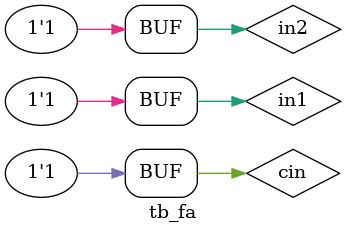
<source format=v>
module tb_fa;
    reg in1, in2, cin;
    wire out, cout;

    full_adder FA (
        .in1(in1),
        .in2(in2),
        .cin(cin),
        .out(out),
        .cout(cout)
    );

    initial begin
        in1 = 0; in2 = 0; cin = 0;
        #10 in1 = 0; in2 = 1; cin = 0;
        #10 in1 = 1; in2 = 0; cin = 0;
        #10 in1 = 1; in2 = 1; cin = 0;
        #10 in1 = 1; in2 = 1; cin = 1;
    end
endmodule

</source>
